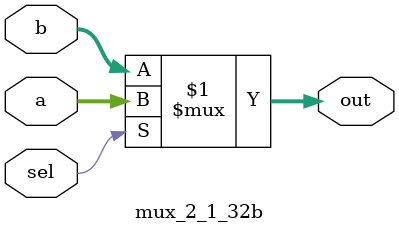
<source format=v>

`include "Multiplier.v"
`include "Comparator.v"
module computational_logic(pk,pi,pj,mki,mkj1,kc,clk,rst,ko,min);
  input[7:0] pk,pi,pj;
  input[31:0] mki,mkj1;
  input[31:0] kc;
  input rst;
  input clk;
  output[31:0] min,ko;
  reg[31:0] minimum, kval;
  reg zero;
  wire cout;
  wire[31:0] mout,sout;
  wire[31:0] out1,out2;
  wire[31:0] minmux,kmux;
  
  wire lt,gt,eq;
  
  mult_8b_3in mul(pk,pi,pj,mout,zero);
  adder_3in_32b a1(mki,mkj1,mout,zero,sout,cout);
  comparator_32b c1(sout,out1,eq,lt,gt);
  mux_2_1_32b m1(sout,out1,lt,minmux);
  mux_2_1_32b m2(kc,out2,lt,kmux);
  
  always @(posedge rst)begin
    minimum=32'hffffffff;
    kval=32'h00000000;
    zero=0;
  end
  always @(posedge clk)begin
    //$display("%d,%d,%d,%d,%d,%d,%d,%d",pi,pj,pk,mki,mkj1,minimum,kval,mout);
    minimum = minmux;
    kval = kmux;
  end
 assign out1 = minimum;
 assign out2 = kval;
 assign min = minimum;
 assign ko = kval;
endmodule

module mux_2_1_32b(a,b,sel,out);
	input[31:0] a,b;
	input sel;
	output[31:0] out;
	assign out = sel?a:b;
endmodule

/*
module tb();
  reg[7:0]  pk,pi,pj;
  reg[31:0] mki,mkj1,kc;
  reg clk,rst;
  wire[31:0] min,ko;
  
  computational_logic c1(pk,pi,pj,mki,mkj1,kc,clk,rst,ko,min);
  always #20 clk=~clk;
  initial begin
  	$dumpfile("dump.vcd");
    $dumpvars(1);
    rst=1;
    #2;
    rst=0;
    #2;
    rst=1;
    #1;
    rst=0;
    pk=8'b0000001;
    pi=8'b0000001;
    pj=8'b0000001;
    mki = 32'h00000011;
    mkj1 = 32'h00000111;
    kc= 32'h00000001;
    clk=0;
    #15;
    pk=8'b0000001;
    pi=8'b0000001;
    pj=8'b0000001;
    mki = 32'h00000001;
    mkj1 = 32'h00000001;
    kc= 32'h00000001;
    #10;
    rst=1;
    #5;
    rst=0;
    pk=8'b00000010;
    pi=8'b00000010;
    pj=8'b00000010;
    mki = 32'h00000010;
    mkj1 = 32'h00000010;
    #40;
    pk=8'b00000001;
    pi=8'b00000001;
    pj=8'b00000001;
    mki = 32'h00000011;
    mkj1 = 32'h00000111;
    kc= 32'h00000001;
    #500;
    $finish;
  end
endmodule
*/
</source>
